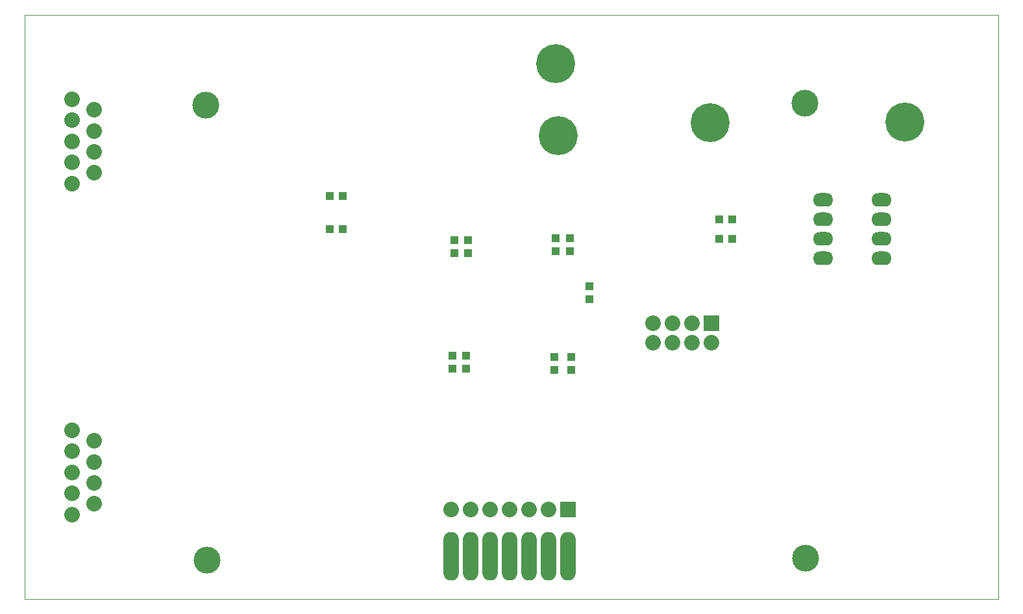
<source format=gbs>
G04 #@! TF.GenerationSoftware,KiCad,Pcbnew,(2018-01-07 revision 6cee19d37)-makepkg*
G04 #@! TF.CreationDate,2018-01-30T19:24:48-07:00*
G04 #@! TF.ProjectId,Copper Receiver Module,436F7070657220526563656976657220,0.1*
G04 #@! TF.SameCoordinates,Original*
G04 #@! TF.FileFunction,Soldermask,Bot*
G04 #@! TF.FilePolarity,Negative*
%FSLAX46Y46*%
G04 Gerber Fmt 4.6, Leading zero omitted, Abs format (unit mm)*
G04 Created by KiCad (PCBNEW (2018-01-07 revision 6cee19d37)-makepkg) date 01/30/18 19:24:48*
%MOMM*%
%LPD*%
G01*
G04 APERTURE LIST*
%ADD10C,0.100000*%
%ADD11C,3.500000*%
%ADD12O,2.032000X6.350000*%
%ADD13O,2.641600X1.778000*%
%ADD14R,2.032000X2.032000*%
%ADD15O,2.032000X2.032000*%
%ADD16C,2.032000*%
%ADD17C,5.080000*%
%ADD18R,1.000000X1.100000*%
%ADD19R,1.100000X1.000000*%
G04 APERTURE END LIST*
D10*
X190500000Y-50800000D02*
X63500000Y-50800000D01*
X190500000Y-127000000D02*
X190500000Y-50800000D01*
X63500000Y-127000000D02*
X190500000Y-127000000D01*
X63500000Y-50800000D02*
X63500000Y-127000000D01*
D11*
X165227000Y-62357000D03*
X87122000Y-62611000D03*
X87249000Y-121920000D03*
X165354000Y-121666000D03*
D12*
X134366000Y-121412000D03*
X131826000Y-121412000D03*
X129286000Y-121412000D03*
X126746000Y-121412000D03*
X124206000Y-121412000D03*
X121666000Y-121412000D03*
X119126000Y-121412000D03*
D13*
X175260000Y-82550000D03*
X175260000Y-80010000D03*
X167640000Y-82550000D03*
X167640000Y-80010000D03*
X175260000Y-74930000D03*
X175260000Y-77470000D03*
X167640000Y-77470000D03*
X167640000Y-74930000D03*
D14*
X153035000Y-91059000D03*
D15*
X153035000Y-93599000D03*
X150495000Y-91059000D03*
X150495000Y-93599000D03*
X147955000Y-91059000D03*
X147955000Y-93599000D03*
X145415000Y-91059000D03*
X145415000Y-93599000D03*
D16*
X72542400Y-114604800D03*
X72542400Y-111861600D03*
X72542400Y-109118400D03*
X72542400Y-106375200D03*
X69697600Y-115976400D03*
X69697600Y-113233200D03*
X69697600Y-110490000D03*
X69697600Y-107746800D03*
X69697600Y-105003600D03*
X72542400Y-71424800D03*
X72542400Y-68681600D03*
X72542400Y-65938400D03*
X72542400Y-63195200D03*
X69697600Y-72796400D03*
X69697600Y-70053200D03*
X69697600Y-67310000D03*
X69697600Y-64566800D03*
X69697600Y-61823600D03*
D17*
X178308000Y-64770000D03*
X132715000Y-57150000D03*
X152908000Y-64897000D03*
X133096000Y-66548000D03*
D18*
X121285000Y-80176000D03*
X121285000Y-81876000D03*
D19*
X103290000Y-78740000D03*
X104990000Y-78740000D03*
X103290000Y-74422000D03*
X104990000Y-74422000D03*
D18*
X119507000Y-80176000D03*
X119507000Y-81876000D03*
X119253000Y-95289000D03*
X119253000Y-96989000D03*
X121031000Y-95289000D03*
X121031000Y-96989000D03*
X132588000Y-97116000D03*
X132588000Y-95416000D03*
X134747000Y-97116000D03*
X134747000Y-95416000D03*
X132715000Y-81622000D03*
X132715000Y-79922000D03*
X134620000Y-81622000D03*
X134620000Y-79922000D03*
D19*
X154090000Y-80010000D03*
X155790000Y-80010000D03*
X154090000Y-77470000D03*
X155790000Y-77470000D03*
X137160000Y-87933000D03*
X137160000Y-86233000D03*
D14*
X134366000Y-115316000D03*
D15*
X131826000Y-115316000D03*
X129286000Y-115316000D03*
X126746000Y-115316000D03*
X124206000Y-115316000D03*
X121666000Y-115316000D03*
X119126000Y-115316000D03*
M02*

</source>
